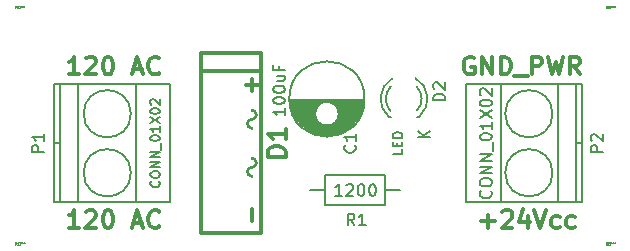
<source format=gbr>
G04 #@! TF.FileFunction,Legend,Top*
%FSLAX46Y46*%
G04 Gerber Fmt 4.6, Leading zero omitted, Abs format (unit mm)*
G04 Created by KiCad (PCBNEW 4.0.1-stable) date 23/09/2016 02:13:24 p. m.*
%MOMM*%
G01*
G04 APERTURE LIST*
%ADD10C,0.100000*%
%ADD11C,0.300000*%
%ADD12C,0.150000*%
%ADD13C,0.304800*%
%ADD14C,0.254000*%
%ADD15C,0.050000*%
G04 APERTURE END LIST*
D10*
D11*
X158428571Y-97750000D02*
X158285714Y-97678571D01*
X158071428Y-97678571D01*
X157857143Y-97750000D01*
X157714285Y-97892857D01*
X157642857Y-98035714D01*
X157571428Y-98321429D01*
X157571428Y-98535714D01*
X157642857Y-98821429D01*
X157714285Y-98964286D01*
X157857143Y-99107143D01*
X158071428Y-99178571D01*
X158214285Y-99178571D01*
X158428571Y-99107143D01*
X158500000Y-99035714D01*
X158500000Y-98535714D01*
X158214285Y-98535714D01*
X159142857Y-99178571D02*
X159142857Y-97678571D01*
X160000000Y-99178571D01*
X160000000Y-97678571D01*
X160714286Y-99178571D02*
X160714286Y-97678571D01*
X161071429Y-97678571D01*
X161285714Y-97750000D01*
X161428572Y-97892857D01*
X161500000Y-98035714D01*
X161571429Y-98321429D01*
X161571429Y-98535714D01*
X161500000Y-98821429D01*
X161428572Y-98964286D01*
X161285714Y-99107143D01*
X161071429Y-99178571D01*
X160714286Y-99178571D01*
X161857143Y-99321429D02*
X163000000Y-99321429D01*
X163357143Y-99178571D02*
X163357143Y-97678571D01*
X163928571Y-97678571D01*
X164071429Y-97750000D01*
X164142857Y-97821429D01*
X164214286Y-97964286D01*
X164214286Y-98178571D01*
X164142857Y-98321429D01*
X164071429Y-98392857D01*
X163928571Y-98464286D01*
X163357143Y-98464286D01*
X164714286Y-97678571D02*
X165071429Y-99178571D01*
X165357143Y-98107143D01*
X165642857Y-99178571D01*
X166000000Y-97678571D01*
X167428572Y-99178571D02*
X166928572Y-98464286D01*
X166571429Y-99178571D02*
X166571429Y-97678571D01*
X167142857Y-97678571D01*
X167285715Y-97750000D01*
X167357143Y-97821429D01*
X167428572Y-97964286D01*
X167428572Y-98178571D01*
X167357143Y-98321429D01*
X167285715Y-98392857D01*
X167142857Y-98464286D01*
X166571429Y-98464286D01*
X159071430Y-111607143D02*
X160214287Y-111607143D01*
X159642858Y-112178571D02*
X159642858Y-111035714D01*
X160857144Y-110821429D02*
X160928573Y-110750000D01*
X161071430Y-110678571D01*
X161428573Y-110678571D01*
X161571430Y-110750000D01*
X161642859Y-110821429D01*
X161714287Y-110964286D01*
X161714287Y-111107143D01*
X161642859Y-111321429D01*
X160785716Y-112178571D01*
X161714287Y-112178571D01*
X163000001Y-111178571D02*
X163000001Y-112178571D01*
X162642858Y-110607143D02*
X162285715Y-111678571D01*
X163214287Y-111678571D01*
X163571429Y-110678571D02*
X164071429Y-112178571D01*
X164571429Y-110678571D01*
X165714286Y-112107143D02*
X165571429Y-112178571D01*
X165285715Y-112178571D01*
X165142857Y-112107143D01*
X165071429Y-112035714D01*
X165000000Y-111892857D01*
X165000000Y-111464286D01*
X165071429Y-111321429D01*
X165142857Y-111250000D01*
X165285715Y-111178571D01*
X165571429Y-111178571D01*
X165714286Y-111250000D01*
X167000000Y-112107143D02*
X166857143Y-112178571D01*
X166571429Y-112178571D01*
X166428571Y-112107143D01*
X166357143Y-112035714D01*
X166285714Y-111892857D01*
X166285714Y-111464286D01*
X166357143Y-111321429D01*
X166428571Y-111250000D01*
X166571429Y-111178571D01*
X166857143Y-111178571D01*
X167000000Y-111250000D01*
X125035715Y-112178571D02*
X124178572Y-112178571D01*
X124607144Y-112178571D02*
X124607144Y-110678571D01*
X124464287Y-110892857D01*
X124321429Y-111035714D01*
X124178572Y-111107143D01*
X125607143Y-110821429D02*
X125678572Y-110750000D01*
X125821429Y-110678571D01*
X126178572Y-110678571D01*
X126321429Y-110750000D01*
X126392858Y-110821429D01*
X126464286Y-110964286D01*
X126464286Y-111107143D01*
X126392858Y-111321429D01*
X125535715Y-112178571D01*
X126464286Y-112178571D01*
X127392857Y-110678571D02*
X127535714Y-110678571D01*
X127678571Y-110750000D01*
X127750000Y-110821429D01*
X127821429Y-110964286D01*
X127892857Y-111250000D01*
X127892857Y-111607143D01*
X127821429Y-111892857D01*
X127750000Y-112035714D01*
X127678571Y-112107143D01*
X127535714Y-112178571D01*
X127392857Y-112178571D01*
X127250000Y-112107143D01*
X127178571Y-112035714D01*
X127107143Y-111892857D01*
X127035714Y-111607143D01*
X127035714Y-111250000D01*
X127107143Y-110964286D01*
X127178571Y-110821429D01*
X127250000Y-110750000D01*
X127392857Y-110678571D01*
X129607142Y-111750000D02*
X130321428Y-111750000D01*
X129464285Y-112178571D02*
X129964285Y-110678571D01*
X130464285Y-112178571D01*
X131821428Y-112035714D02*
X131749999Y-112107143D01*
X131535713Y-112178571D01*
X131392856Y-112178571D01*
X131178571Y-112107143D01*
X131035713Y-111964286D01*
X130964285Y-111821429D01*
X130892856Y-111535714D01*
X130892856Y-111321429D01*
X130964285Y-111035714D01*
X131035713Y-110892857D01*
X131178571Y-110750000D01*
X131392856Y-110678571D01*
X131535713Y-110678571D01*
X131749999Y-110750000D01*
X131821428Y-110821429D01*
X125035715Y-99178571D02*
X124178572Y-99178571D01*
X124607144Y-99178571D02*
X124607144Y-97678571D01*
X124464287Y-97892857D01*
X124321429Y-98035714D01*
X124178572Y-98107143D01*
X125607143Y-97821429D02*
X125678572Y-97750000D01*
X125821429Y-97678571D01*
X126178572Y-97678571D01*
X126321429Y-97750000D01*
X126392858Y-97821429D01*
X126464286Y-97964286D01*
X126464286Y-98107143D01*
X126392858Y-98321429D01*
X125535715Y-99178571D01*
X126464286Y-99178571D01*
X127392857Y-97678571D02*
X127535714Y-97678571D01*
X127678571Y-97750000D01*
X127750000Y-97821429D01*
X127821429Y-97964286D01*
X127892857Y-98250000D01*
X127892857Y-98607143D01*
X127821429Y-98892857D01*
X127750000Y-99035714D01*
X127678571Y-99107143D01*
X127535714Y-99178571D01*
X127392857Y-99178571D01*
X127250000Y-99107143D01*
X127178571Y-99035714D01*
X127107143Y-98892857D01*
X127035714Y-98607143D01*
X127035714Y-98250000D01*
X127107143Y-97964286D01*
X127178571Y-97821429D01*
X127250000Y-97750000D01*
X127392857Y-97678571D01*
X129607142Y-98750000D02*
X130321428Y-98750000D01*
X129464285Y-99178571D02*
X129964285Y-97678571D01*
X130464285Y-99178571D01*
X131821428Y-99035714D02*
X131749999Y-99107143D01*
X131535713Y-99178571D01*
X131392856Y-99178571D01*
X131178571Y-99107143D01*
X131035713Y-98964286D01*
X130964285Y-98821429D01*
X130892856Y-98535714D01*
X130892856Y-98321429D01*
X130964285Y-98035714D01*
X131035713Y-97892857D01*
X131178571Y-97750000D01*
X131392856Y-97678571D01*
X131535713Y-97678571D01*
X131749999Y-97750000D01*
X131821428Y-97821429D01*
D12*
X149149000Y-101325000D02*
X142851000Y-101325000D01*
X149143000Y-101465000D02*
X142857000Y-101465000D01*
X149130000Y-101605000D02*
X146446000Y-101605000D01*
X145554000Y-101605000D02*
X142870000Y-101605000D01*
X149111000Y-101745000D02*
X146656000Y-101745000D01*
X145344000Y-101745000D02*
X142889000Y-101745000D01*
X149085000Y-101885000D02*
X146789000Y-101885000D01*
X145211000Y-101885000D02*
X142915000Y-101885000D01*
X149053000Y-102025000D02*
X146880000Y-102025000D01*
X145120000Y-102025000D02*
X142947000Y-102025000D01*
X149014000Y-102165000D02*
X146942000Y-102165000D01*
X145058000Y-102165000D02*
X142986000Y-102165000D01*
X148968000Y-102305000D02*
X146981000Y-102305000D01*
X145019000Y-102305000D02*
X143032000Y-102305000D01*
X148915000Y-102445000D02*
X146998000Y-102445000D01*
X145002000Y-102445000D02*
X143085000Y-102445000D01*
X148853000Y-102585000D02*
X146996000Y-102585000D01*
X145004000Y-102585000D02*
X143147000Y-102585000D01*
X148783000Y-102725000D02*
X146974000Y-102725000D01*
X145026000Y-102725000D02*
X143217000Y-102725000D01*
X148704000Y-102865000D02*
X146931000Y-102865000D01*
X145069000Y-102865000D02*
X143296000Y-102865000D01*
X148616000Y-103005000D02*
X146863000Y-103005000D01*
X145137000Y-103005000D02*
X143384000Y-103005000D01*
X148516000Y-103145000D02*
X146764000Y-103145000D01*
X145236000Y-103145000D02*
X143484000Y-103145000D01*
X148404000Y-103285000D02*
X146619000Y-103285000D01*
X145381000Y-103285000D02*
X143596000Y-103285000D01*
X148279000Y-103425000D02*
X146380000Y-103425000D01*
X145620000Y-103425000D02*
X143721000Y-103425000D01*
X148136000Y-103565000D02*
X143864000Y-103565000D01*
X147974000Y-103705000D02*
X144026000Y-103705000D01*
X147786000Y-103845000D02*
X144214000Y-103845000D01*
X147563000Y-103985000D02*
X144437000Y-103985000D01*
X147287000Y-104125000D02*
X144713000Y-104125000D01*
X146912000Y-104265000D02*
X145088000Y-104265000D01*
X147000000Y-102500000D02*
G75*
G03X147000000Y-102500000I-1000000J0D01*
G01*
X149187500Y-101250000D02*
G75*
G03X149187500Y-101250000I-3187500J0D01*
G01*
D13*
X139651000Y-111604000D02*
X139651000Y-110588000D01*
X139651000Y-100555000D02*
X139651000Y-99539000D01*
X140159000Y-100047000D02*
X139143000Y-100047000D01*
X140413000Y-98904000D02*
X135333000Y-98904000D01*
X135333000Y-112620000D02*
X135333000Y-97380000D01*
X135333000Y-97380000D02*
X140413000Y-97380000D01*
X140413000Y-97380000D02*
X140413000Y-112620000D01*
X140413000Y-112620000D02*
X135333000Y-112620000D01*
D14*
X139651000Y-102968000D02*
G75*
G03X140032000Y-102587000I0J381000D01*
G01*
X140032000Y-102587000D02*
G75*
G03X139651000Y-102206000I-381000J0D01*
G01*
X139651000Y-102968000D02*
G75*
G03X139270000Y-103349000I0J-381000D01*
G01*
X139270000Y-103349000D02*
G75*
G03X139651000Y-103730000I381000J0D01*
G01*
X139270000Y-107413000D02*
G75*
G03X139651000Y-107794000I381000J0D01*
G01*
X139651000Y-107032000D02*
G75*
G03X139270000Y-107413000I0J-381000D01*
G01*
X140032000Y-106651000D02*
G75*
G03X139651000Y-106270000I-381000J0D01*
G01*
X139651000Y-107032000D02*
G75*
G03X140032000Y-106651000I0J381000D01*
G01*
D12*
X153814000Y-102739000D02*
X153614000Y-102739000D01*
X151220000Y-102739000D02*
X151400000Y-102739000D01*
X151530357Y-99511256D02*
G75*
G03X151214000Y-102739000I1003643J-1727744D01*
G01*
X151400932Y-100186994D02*
G75*
G03X151400000Y-102290000I1133068J-1052006D01*
G01*
X153840726Y-102726220D02*
G75*
G03X153494000Y-99489000I-1306726J1497220D01*
G01*
X153613253Y-102252889D02*
G75*
G03X153594000Y-100205000I-1079253J1013889D01*
G01*
X123400000Y-105000000D02*
X122900000Y-105000000D01*
X129400000Y-107500000D02*
G75*
G03X129400000Y-107500000I-2000000J0D01*
G01*
X129400000Y-102500000D02*
G75*
G03X129400000Y-102500000I-2000000J0D01*
G01*
X124900000Y-100000000D02*
X124900000Y-110000000D01*
X129800000Y-100000000D02*
X129800000Y-110000000D01*
X123400000Y-100000000D02*
X123400000Y-110000000D01*
X122900000Y-100000000D02*
X122900000Y-110000000D01*
X122900000Y-110000000D02*
X132700000Y-110000000D01*
X132700000Y-110000000D02*
X132700000Y-100000000D01*
X132700000Y-100000000D02*
X122900000Y-100000000D01*
X167100000Y-105000000D02*
X167600000Y-105000000D01*
X165100000Y-102500000D02*
G75*
G03X165100000Y-102500000I-2000000J0D01*
G01*
X165100000Y-107500000D02*
G75*
G03X165100000Y-107500000I-2000000J0D01*
G01*
X165600000Y-110000000D02*
X165600000Y-100000000D01*
X160700000Y-110000000D02*
X160700000Y-100000000D01*
X167100000Y-110000000D02*
X167100000Y-100000000D01*
X167600000Y-110000000D02*
X167600000Y-100000000D01*
X167600000Y-100000000D02*
X157800000Y-100000000D01*
X157800000Y-100000000D02*
X157800000Y-110000000D01*
X157800000Y-110000000D02*
X167600000Y-110000000D01*
X150960000Y-110270000D02*
X145880000Y-110270000D01*
X145880000Y-110270000D02*
X145880000Y-107730000D01*
X145880000Y-107730000D02*
X150960000Y-107730000D01*
X150960000Y-107730000D02*
X150960000Y-110270000D01*
X150960000Y-109000000D02*
X152230000Y-109000000D01*
X145880000Y-109000000D02*
X144610000Y-109000000D01*
D15*
X169733334Y-93590476D02*
X169666667Y-93495238D01*
X169619048Y-93590476D02*
X169619048Y-93390476D01*
X169695239Y-93390476D01*
X169714286Y-93400000D01*
X169723810Y-93409524D01*
X169733334Y-93428571D01*
X169733334Y-93457143D01*
X169723810Y-93476190D01*
X169714286Y-93485714D01*
X169695239Y-93495238D01*
X169619048Y-93495238D01*
X169819048Y-93485714D02*
X169885715Y-93485714D01*
X169914286Y-93590476D02*
X169819048Y-93590476D01*
X169819048Y-93390476D01*
X169914286Y-93390476D01*
X170066667Y-93485714D02*
X170000000Y-93485714D01*
X170000000Y-93590476D02*
X170000000Y-93390476D01*
X170095238Y-93390476D01*
X170200000Y-93390476D02*
X170200000Y-93438095D01*
X170152381Y-93419048D02*
X170200000Y-93438095D01*
X170247620Y-93419048D01*
X170171429Y-93476190D02*
X170200000Y-93438095D01*
X170228572Y-93476190D01*
X170352381Y-93390476D02*
X170352381Y-93438095D01*
X170304762Y-93419048D02*
X170352381Y-93438095D01*
X170400001Y-93419048D01*
X170323810Y-93476190D02*
X170352381Y-93438095D01*
X170380953Y-93476190D01*
X169733334Y-113590476D02*
X169666667Y-113495238D01*
X169619048Y-113590476D02*
X169619048Y-113390476D01*
X169695239Y-113390476D01*
X169714286Y-113400000D01*
X169723810Y-113409524D01*
X169733334Y-113428571D01*
X169733334Y-113457143D01*
X169723810Y-113476190D01*
X169714286Y-113485714D01*
X169695239Y-113495238D01*
X169619048Y-113495238D01*
X169819048Y-113485714D02*
X169885715Y-113485714D01*
X169914286Y-113590476D02*
X169819048Y-113590476D01*
X169819048Y-113390476D01*
X169914286Y-113390476D01*
X170066667Y-113485714D02*
X170000000Y-113485714D01*
X170000000Y-113590476D02*
X170000000Y-113390476D01*
X170095238Y-113390476D01*
X170200000Y-113390476D02*
X170200000Y-113438095D01*
X170152381Y-113419048D02*
X170200000Y-113438095D01*
X170247620Y-113419048D01*
X170171429Y-113476190D02*
X170200000Y-113438095D01*
X170228572Y-113476190D01*
X170352381Y-113390476D02*
X170352381Y-113438095D01*
X170304762Y-113419048D02*
X170352381Y-113438095D01*
X170400001Y-113419048D01*
X170323810Y-113476190D02*
X170352381Y-113438095D01*
X170380953Y-113476190D01*
X119733334Y-113590476D02*
X119666667Y-113495238D01*
X119619048Y-113590476D02*
X119619048Y-113390476D01*
X119695239Y-113390476D01*
X119714286Y-113400000D01*
X119723810Y-113409524D01*
X119733334Y-113428571D01*
X119733334Y-113457143D01*
X119723810Y-113476190D01*
X119714286Y-113485714D01*
X119695239Y-113495238D01*
X119619048Y-113495238D01*
X119819048Y-113485714D02*
X119885715Y-113485714D01*
X119914286Y-113590476D02*
X119819048Y-113590476D01*
X119819048Y-113390476D01*
X119914286Y-113390476D01*
X120066667Y-113485714D02*
X120000000Y-113485714D01*
X120000000Y-113590476D02*
X120000000Y-113390476D01*
X120095238Y-113390476D01*
X120200000Y-113390476D02*
X120200000Y-113438095D01*
X120152381Y-113419048D02*
X120200000Y-113438095D01*
X120247620Y-113419048D01*
X120171429Y-113476190D02*
X120200000Y-113438095D01*
X120228572Y-113476190D01*
X120352381Y-113390476D02*
X120352381Y-113438095D01*
X120304762Y-113419048D02*
X120352381Y-113438095D01*
X120400001Y-113419048D01*
X120323810Y-113476190D02*
X120352381Y-113438095D01*
X120380953Y-113476190D01*
D12*
X148357143Y-105166666D02*
X148404762Y-105214285D01*
X148452381Y-105357142D01*
X148452381Y-105452380D01*
X148404762Y-105595238D01*
X148309524Y-105690476D01*
X148214286Y-105738095D01*
X148023810Y-105785714D01*
X147880952Y-105785714D01*
X147690476Y-105738095D01*
X147595238Y-105690476D01*
X147500000Y-105595238D01*
X147452381Y-105452380D01*
X147452381Y-105357142D01*
X147500000Y-105214285D01*
X147547619Y-105166666D01*
X148452381Y-104214285D02*
X148452381Y-104785714D01*
X148452381Y-104500000D02*
X147452381Y-104500000D01*
X147595238Y-104595238D01*
X147690476Y-104690476D01*
X147738095Y-104785714D01*
X142452381Y-102047619D02*
X142452381Y-102619048D01*
X142452381Y-102333334D02*
X141452381Y-102333334D01*
X141595238Y-102428572D01*
X141690476Y-102523810D01*
X141738095Y-102619048D01*
X141452381Y-101428572D02*
X141452381Y-101333333D01*
X141500000Y-101238095D01*
X141547619Y-101190476D01*
X141642857Y-101142857D01*
X141833333Y-101095238D01*
X142071429Y-101095238D01*
X142261905Y-101142857D01*
X142357143Y-101190476D01*
X142404762Y-101238095D01*
X142452381Y-101333333D01*
X142452381Y-101428572D01*
X142404762Y-101523810D01*
X142357143Y-101571429D01*
X142261905Y-101619048D01*
X142071429Y-101666667D01*
X141833333Y-101666667D01*
X141642857Y-101619048D01*
X141547619Y-101571429D01*
X141500000Y-101523810D01*
X141452381Y-101428572D01*
X141452381Y-100476191D02*
X141452381Y-100380952D01*
X141500000Y-100285714D01*
X141547619Y-100238095D01*
X141642857Y-100190476D01*
X141833333Y-100142857D01*
X142071429Y-100142857D01*
X142261905Y-100190476D01*
X142357143Y-100238095D01*
X142404762Y-100285714D01*
X142452381Y-100380952D01*
X142452381Y-100476191D01*
X142404762Y-100571429D01*
X142357143Y-100619048D01*
X142261905Y-100666667D01*
X142071429Y-100714286D01*
X141833333Y-100714286D01*
X141642857Y-100666667D01*
X141547619Y-100619048D01*
X141500000Y-100571429D01*
X141452381Y-100476191D01*
X141785714Y-99285714D02*
X142452381Y-99285714D01*
X141785714Y-99714286D02*
X142309524Y-99714286D01*
X142404762Y-99666667D01*
X142452381Y-99571429D01*
X142452381Y-99428571D01*
X142404762Y-99333333D01*
X142357143Y-99285714D01*
X141928571Y-98476190D02*
X141928571Y-98809524D01*
X142452381Y-98809524D02*
X141452381Y-98809524D01*
X141452381Y-98333333D01*
D13*
X142499429Y-106124857D02*
X140975429Y-106124857D01*
X140975429Y-105762000D01*
X141048000Y-105544285D01*
X141193143Y-105399143D01*
X141338286Y-105326571D01*
X141628571Y-105254000D01*
X141846286Y-105254000D01*
X142136571Y-105326571D01*
X142281714Y-105399143D01*
X142426857Y-105544285D01*
X142499429Y-105762000D01*
X142499429Y-106124857D01*
X142499429Y-103802571D02*
X142499429Y-104673428D01*
X142499429Y-104238000D02*
X140975429Y-104238000D01*
X141193143Y-104383143D01*
X141338286Y-104528285D01*
X141410857Y-104673428D01*
D12*
X156012381Y-101368095D02*
X155012381Y-101368095D01*
X155012381Y-101130000D01*
X155060000Y-100987142D01*
X155155238Y-100891904D01*
X155250476Y-100844285D01*
X155440952Y-100796666D01*
X155583810Y-100796666D01*
X155774286Y-100844285D01*
X155869524Y-100891904D01*
X155964762Y-100987142D01*
X156012381Y-101130000D01*
X156012381Y-101368095D01*
X155107619Y-100415714D02*
X155060000Y-100368095D01*
X155012381Y-100272857D01*
X155012381Y-100034761D01*
X155060000Y-99939523D01*
X155107619Y-99891904D01*
X155202857Y-99844285D01*
X155298095Y-99844285D01*
X155440952Y-99891904D01*
X156012381Y-100463333D01*
X156012381Y-99844285D01*
X152361905Y-105514285D02*
X152361905Y-105895238D01*
X151561905Y-105895238D01*
X151942857Y-105247619D02*
X151942857Y-104980952D01*
X152361905Y-104866666D02*
X152361905Y-105247619D01*
X151561905Y-105247619D01*
X151561905Y-104866666D01*
X152361905Y-104523809D02*
X151561905Y-104523809D01*
X151561905Y-104333333D01*
X151600000Y-104219047D01*
X151676190Y-104142856D01*
X151752381Y-104104761D01*
X151904762Y-104066666D01*
X152019048Y-104066666D01*
X152171429Y-104104761D01*
X152247619Y-104142856D01*
X152323810Y-104219047D01*
X152361905Y-104333333D01*
X152361905Y-104523809D01*
X154692381Y-104491905D02*
X153692381Y-104491905D01*
X154692381Y-103920476D02*
X154120952Y-104349048D01*
X153692381Y-103920476D02*
X154263810Y-104491905D01*
X122052381Y-105738095D02*
X121052381Y-105738095D01*
X121052381Y-105357142D01*
X121100000Y-105261904D01*
X121147619Y-105214285D01*
X121242857Y-105166666D01*
X121385714Y-105166666D01*
X121480952Y-105214285D01*
X121528571Y-105261904D01*
X121576190Y-105357142D01*
X121576190Y-105738095D01*
X122052381Y-104214285D02*
X122052381Y-104785714D01*
X122052381Y-104500000D02*
X121052381Y-104500000D01*
X121195238Y-104595238D01*
X121290476Y-104690476D01*
X121338095Y-104785714D01*
X131785714Y-108219048D02*
X131823810Y-108257143D01*
X131861905Y-108371429D01*
X131861905Y-108447619D01*
X131823810Y-108561905D01*
X131747619Y-108638096D01*
X131671429Y-108676191D01*
X131519048Y-108714286D01*
X131404762Y-108714286D01*
X131252381Y-108676191D01*
X131176190Y-108638096D01*
X131100000Y-108561905D01*
X131061905Y-108447619D01*
X131061905Y-108371429D01*
X131100000Y-108257143D01*
X131138095Y-108219048D01*
X131061905Y-107723810D02*
X131061905Y-107571429D01*
X131100000Y-107495238D01*
X131176190Y-107419048D01*
X131328571Y-107380953D01*
X131595238Y-107380953D01*
X131747619Y-107419048D01*
X131823810Y-107495238D01*
X131861905Y-107571429D01*
X131861905Y-107723810D01*
X131823810Y-107800000D01*
X131747619Y-107876191D01*
X131595238Y-107914286D01*
X131328571Y-107914286D01*
X131176190Y-107876191D01*
X131100000Y-107800000D01*
X131061905Y-107723810D01*
X131861905Y-107038096D02*
X131061905Y-107038096D01*
X131861905Y-106580953D01*
X131061905Y-106580953D01*
X131861905Y-106200001D02*
X131061905Y-106200001D01*
X131861905Y-105742858D01*
X131061905Y-105742858D01*
X131938095Y-105552382D02*
X131938095Y-104942858D01*
X131061905Y-104600001D02*
X131061905Y-104523810D01*
X131100000Y-104447620D01*
X131138095Y-104409525D01*
X131214286Y-104371429D01*
X131366667Y-104333334D01*
X131557143Y-104333334D01*
X131709524Y-104371429D01*
X131785714Y-104409525D01*
X131823810Y-104447620D01*
X131861905Y-104523810D01*
X131861905Y-104600001D01*
X131823810Y-104676191D01*
X131785714Y-104714287D01*
X131709524Y-104752382D01*
X131557143Y-104790477D01*
X131366667Y-104790477D01*
X131214286Y-104752382D01*
X131138095Y-104714287D01*
X131100000Y-104676191D01*
X131061905Y-104600001D01*
X131861905Y-103571429D02*
X131861905Y-104028572D01*
X131861905Y-103800001D02*
X131061905Y-103800001D01*
X131176190Y-103876191D01*
X131252381Y-103952382D01*
X131290476Y-104028572D01*
X131061905Y-103304762D02*
X131861905Y-102771429D01*
X131061905Y-102771429D02*
X131861905Y-103304762D01*
X131061905Y-102314286D02*
X131061905Y-102238095D01*
X131100000Y-102161905D01*
X131138095Y-102123810D01*
X131214286Y-102085714D01*
X131366667Y-102047619D01*
X131557143Y-102047619D01*
X131709524Y-102085714D01*
X131785714Y-102123810D01*
X131823810Y-102161905D01*
X131861905Y-102238095D01*
X131861905Y-102314286D01*
X131823810Y-102390476D01*
X131785714Y-102428572D01*
X131709524Y-102466667D01*
X131557143Y-102504762D01*
X131366667Y-102504762D01*
X131214286Y-102466667D01*
X131138095Y-102428572D01*
X131100000Y-102390476D01*
X131061905Y-102314286D01*
X131138095Y-101742857D02*
X131100000Y-101704762D01*
X131061905Y-101628571D01*
X131061905Y-101438095D01*
X131100000Y-101361905D01*
X131138095Y-101323809D01*
X131214286Y-101285714D01*
X131290476Y-101285714D01*
X131404762Y-101323809D01*
X131861905Y-101780952D01*
X131861905Y-101285714D01*
X169352381Y-105738095D02*
X168352381Y-105738095D01*
X168352381Y-105357142D01*
X168400000Y-105261904D01*
X168447619Y-105214285D01*
X168542857Y-105166666D01*
X168685714Y-105166666D01*
X168780952Y-105214285D01*
X168828571Y-105261904D01*
X168876190Y-105357142D01*
X168876190Y-105738095D01*
X168447619Y-104785714D02*
X168400000Y-104738095D01*
X168352381Y-104642857D01*
X168352381Y-104404761D01*
X168400000Y-104309523D01*
X168447619Y-104261904D01*
X168542857Y-104214285D01*
X168638095Y-104214285D01*
X168780952Y-104261904D01*
X169352381Y-104833333D01*
X169352381Y-104214285D01*
X159857143Y-109023809D02*
X159904762Y-109071428D01*
X159952381Y-109214285D01*
X159952381Y-109309523D01*
X159904762Y-109452381D01*
X159809524Y-109547619D01*
X159714286Y-109595238D01*
X159523810Y-109642857D01*
X159380952Y-109642857D01*
X159190476Y-109595238D01*
X159095238Y-109547619D01*
X159000000Y-109452381D01*
X158952381Y-109309523D01*
X158952381Y-109214285D01*
X159000000Y-109071428D01*
X159047619Y-109023809D01*
X158952381Y-108404762D02*
X158952381Y-108214285D01*
X159000000Y-108119047D01*
X159095238Y-108023809D01*
X159285714Y-107976190D01*
X159619048Y-107976190D01*
X159809524Y-108023809D01*
X159904762Y-108119047D01*
X159952381Y-108214285D01*
X159952381Y-108404762D01*
X159904762Y-108500000D01*
X159809524Y-108595238D01*
X159619048Y-108642857D01*
X159285714Y-108642857D01*
X159095238Y-108595238D01*
X159000000Y-108500000D01*
X158952381Y-108404762D01*
X159952381Y-107547619D02*
X158952381Y-107547619D01*
X159952381Y-106976190D01*
X158952381Y-106976190D01*
X159952381Y-106500000D02*
X158952381Y-106500000D01*
X159952381Y-105928571D01*
X158952381Y-105928571D01*
X160047619Y-105690476D02*
X160047619Y-104928571D01*
X158952381Y-104500000D02*
X158952381Y-104404761D01*
X159000000Y-104309523D01*
X159047619Y-104261904D01*
X159142857Y-104214285D01*
X159333333Y-104166666D01*
X159571429Y-104166666D01*
X159761905Y-104214285D01*
X159857143Y-104261904D01*
X159904762Y-104309523D01*
X159952381Y-104404761D01*
X159952381Y-104500000D01*
X159904762Y-104595238D01*
X159857143Y-104642857D01*
X159761905Y-104690476D01*
X159571429Y-104738095D01*
X159333333Y-104738095D01*
X159142857Y-104690476D01*
X159047619Y-104642857D01*
X159000000Y-104595238D01*
X158952381Y-104500000D01*
X159952381Y-103214285D02*
X159952381Y-103785714D01*
X159952381Y-103500000D02*
X158952381Y-103500000D01*
X159095238Y-103595238D01*
X159190476Y-103690476D01*
X159238095Y-103785714D01*
X158952381Y-102880952D02*
X159952381Y-102214285D01*
X158952381Y-102214285D02*
X159952381Y-102880952D01*
X158952381Y-101642857D02*
X158952381Y-101547618D01*
X159000000Y-101452380D01*
X159047619Y-101404761D01*
X159142857Y-101357142D01*
X159333333Y-101309523D01*
X159571429Y-101309523D01*
X159761905Y-101357142D01*
X159857143Y-101404761D01*
X159904762Y-101452380D01*
X159952381Y-101547618D01*
X159952381Y-101642857D01*
X159904762Y-101738095D01*
X159857143Y-101785714D01*
X159761905Y-101833333D01*
X159571429Y-101880952D01*
X159333333Y-101880952D01*
X159142857Y-101833333D01*
X159047619Y-101785714D01*
X159000000Y-101738095D01*
X158952381Y-101642857D01*
X159047619Y-100928571D02*
X159000000Y-100880952D01*
X158952381Y-100785714D01*
X158952381Y-100547618D01*
X159000000Y-100452380D01*
X159047619Y-100404761D01*
X159142857Y-100357142D01*
X159238095Y-100357142D01*
X159380952Y-100404761D01*
X159952381Y-100976190D01*
X159952381Y-100357142D01*
X148333334Y-111952381D02*
X148000000Y-111476190D01*
X147761905Y-111952381D02*
X147761905Y-110952381D01*
X148142858Y-110952381D01*
X148238096Y-111000000D01*
X148285715Y-111047619D01*
X148333334Y-111142857D01*
X148333334Y-111285714D01*
X148285715Y-111380952D01*
X148238096Y-111428571D01*
X148142858Y-111476190D01*
X147761905Y-111476190D01*
X149285715Y-111952381D02*
X148714286Y-111952381D01*
X149000000Y-111952381D02*
X149000000Y-110952381D01*
X148904762Y-111095238D01*
X148809524Y-111190476D01*
X148714286Y-111238095D01*
X147277143Y-109452381D02*
X146705714Y-109452381D01*
X146991428Y-109452381D02*
X146991428Y-108452381D01*
X146896190Y-108595238D01*
X146800952Y-108690476D01*
X146705714Y-108738095D01*
X147658095Y-108547619D02*
X147705714Y-108500000D01*
X147800952Y-108452381D01*
X148039048Y-108452381D01*
X148134286Y-108500000D01*
X148181905Y-108547619D01*
X148229524Y-108642857D01*
X148229524Y-108738095D01*
X148181905Y-108880952D01*
X147610476Y-109452381D01*
X148229524Y-109452381D01*
X148848571Y-108452381D02*
X148943810Y-108452381D01*
X149039048Y-108500000D01*
X149086667Y-108547619D01*
X149134286Y-108642857D01*
X149181905Y-108833333D01*
X149181905Y-109071429D01*
X149134286Y-109261905D01*
X149086667Y-109357143D01*
X149039048Y-109404762D01*
X148943810Y-109452381D01*
X148848571Y-109452381D01*
X148753333Y-109404762D01*
X148705714Y-109357143D01*
X148658095Y-109261905D01*
X148610476Y-109071429D01*
X148610476Y-108833333D01*
X148658095Y-108642857D01*
X148705714Y-108547619D01*
X148753333Y-108500000D01*
X148848571Y-108452381D01*
X149800952Y-108452381D02*
X149896191Y-108452381D01*
X149991429Y-108500000D01*
X150039048Y-108547619D01*
X150086667Y-108642857D01*
X150134286Y-108833333D01*
X150134286Y-109071429D01*
X150086667Y-109261905D01*
X150039048Y-109357143D01*
X149991429Y-109404762D01*
X149896191Y-109452381D01*
X149800952Y-109452381D01*
X149705714Y-109404762D01*
X149658095Y-109357143D01*
X149610476Y-109261905D01*
X149562857Y-109071429D01*
X149562857Y-108833333D01*
X149610476Y-108642857D01*
X149658095Y-108547619D01*
X149705714Y-108500000D01*
X149800952Y-108452381D01*
D15*
X119733334Y-93590476D02*
X119666667Y-93495238D01*
X119619048Y-93590476D02*
X119619048Y-93390476D01*
X119695239Y-93390476D01*
X119714286Y-93400000D01*
X119723810Y-93409524D01*
X119733334Y-93428571D01*
X119733334Y-93457143D01*
X119723810Y-93476190D01*
X119714286Y-93485714D01*
X119695239Y-93495238D01*
X119619048Y-93495238D01*
X119819048Y-93485714D02*
X119885715Y-93485714D01*
X119914286Y-93590476D02*
X119819048Y-93590476D01*
X119819048Y-93390476D01*
X119914286Y-93390476D01*
X120066667Y-93485714D02*
X120000000Y-93485714D01*
X120000000Y-93590476D02*
X120000000Y-93390476D01*
X120095238Y-93390476D01*
X120200000Y-93390476D02*
X120200000Y-93438095D01*
X120152381Y-93419048D02*
X120200000Y-93438095D01*
X120247620Y-93419048D01*
X120171429Y-93476190D02*
X120200000Y-93438095D01*
X120228572Y-93476190D01*
X120352381Y-93390476D02*
X120352381Y-93438095D01*
X120304762Y-93419048D02*
X120352381Y-93438095D01*
X120400001Y-93419048D01*
X120323810Y-93476190D02*
X120352381Y-93438095D01*
X120380953Y-93476190D01*
M02*

</source>
